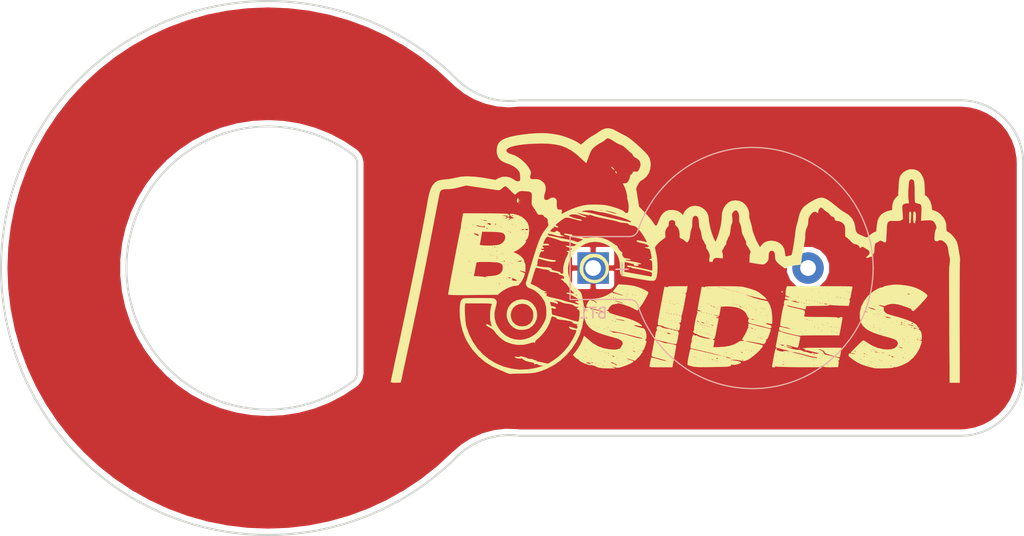
<source format=kicad_pcb>
(kicad_pcb (version 20171130) (host pcbnew "(5.0.2)-1")
  (layers (0 F.Cu signal hide) (31 B.Cu signal) (34 B.Paste user) (35 F.Paste user) (36 B.SilkS user) (37 F.SilkS user) (38 B.Mask user) (39 F.Mask user) (44 Edge.Cuts user))
  (net 0 "")
  (net 1 "Net-(BT1-Pad2)")
  (net 2 "Net-(BT1-Pad1)")
  (module Battery:BatteryHolder_Keystone_103_1x20mm (layer B.Cu) (at 148 79)
    (fp_text reference BT1 (at 0 4.3) (layer B.SilkS) (effects (justify mirror)))
    (fp_text value Battery_Cell hide)
    (fp_text user + (at 2.75 0) (layer B.SilkS) (effects (font (size 1.5 1.5)) (justify mirror)))
    (pad 2 thru_hole circle (at 20.49 0) (size 3 3) (drill 1.5) (layers *.Cu *.Mask) (net 1 "Net-(BT1-Pad2)"))
    (pad 1 thru_hole rect (at 0 0) (size 3 3) (drill 1.5) (layers *.Cu *.Mask) (net 2 "Net-(BT1-Pad1)"))
  )
  (module graphics:bsides (layer F.Cu) (at 156.25 78.25)
    (fp_text reference G*** hide)
    (fp_text value LOGO hide)
  )
  (gr_arc (start 140 102) (end 135 97) (angle 53.1) (layer Edge.Cuts) (width 0.2))
  (gr_arc (start 140 56) (end 135 61) (angle -53.1) (layer Edge.Cuts) (width 0.2))
  (gr_arc (start 117 79) (end 134.999999 61.000001) (angle -270) (layer Edge.Cuts) (width 0.2))
  (gr_line (start 141 63) (end 183 63) (layer Edge.Cuts) (width 0.2))
  (gr_line (start 125.5 89) (end 125.5 69) (layer Edge.Cuts) (width 0.2))
  (gr_line (start 189 69) (end 189 89) (layer Edge.Cuts) (width 0.2))
  (gr_arc (start 117 79) (end 125.1 68.2) (angle -253.7397953) (layer Edge.Cuts) (width 0.2))
  (gr_line (start 183 95) (end 141 95) (layer Edge.Cuts) (width 0.2))
  (gr_arc (start 124.5 89) (end 125.1 89.8) (angle -53.13010235) (layer Edge.Cuts) (width 0.2))
  (gr_arc (start 183 89) (end 183 95) (angle -90) (layer Edge.Cuts) (width 0.2))
  (gr_arc (start 183 69) (end 189 69) (angle -90) (layer Edge.Cuts) (width 0.2))
  (gr_arc (start 124.5 69) (end 125.5 69) (angle -53.13010235) (layer Edge.Cuts) (width 0.2))
  (zone (net 2) (net_name "Net-(BT1-Pad1)") (layer F.Cu) (connect_pads (clearance 0.508)) (min_thickness 0.254) (fill yes (arc_segments 16) (thermal_gap 0.508) (thermal_bridge_width 0.508))
    (polygon (pts (xy 90 52.75) (xy 90 104.75) (xy 190 105.25) (xy 190 53.25)))
  )
)
</source>
